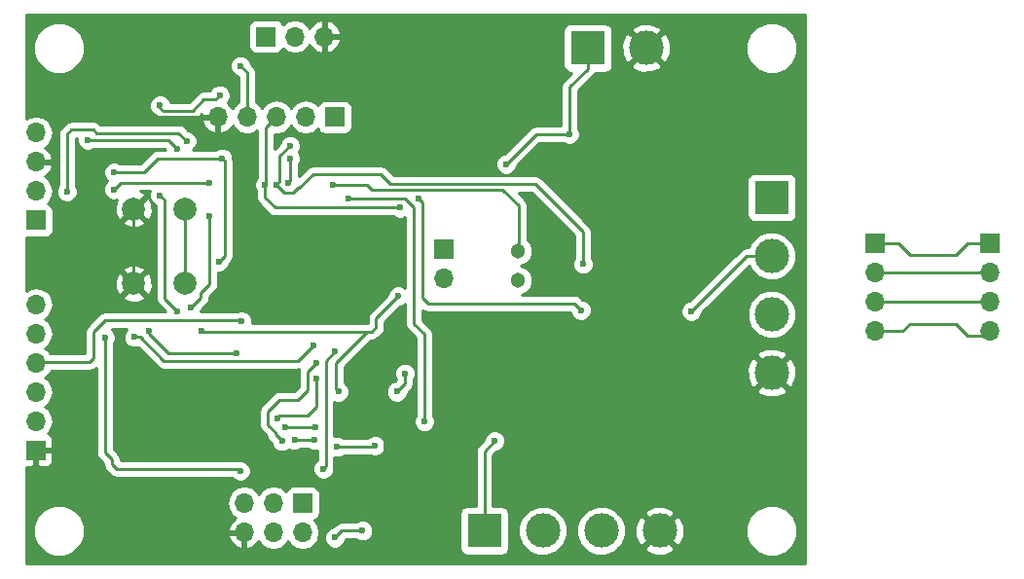
<source format=gbl>
G04 #@! TF.FileFunction,Copper,L2,Bot,Signal*
%FSLAX46Y46*%
G04 Gerber Fmt 4.6, Leading zero omitted, Abs format (unit mm)*
G04 Created by KiCad (PCBNEW 4.0.1-stable) date 2019/02/18 22:31:54*
%MOMM*%
G01*
G04 APERTURE LIST*
%ADD10C,0.100000*%
%ADD11R,1.700000X1.700000*%
%ADD12O,1.700000X1.700000*%
%ADD13C,3.000000*%
%ADD14R,3.000000X3.000000*%
%ADD15C,2.000000*%
%ADD16C,1.303000*%
%ADD17C,0.600000*%
%ADD18C,0.250000*%
%ADD19C,0.254000*%
G04 APERTURE END LIST*
D10*
D11*
X2000000Y31000000D03*
D12*
X2000000Y33540000D03*
X2000000Y36080000D03*
X2000000Y38620000D03*
D11*
X2000000Y11000000D03*
D12*
X2000000Y13540000D03*
X2000000Y16080000D03*
X2000000Y18620000D03*
X2000000Y21160000D03*
X2000000Y23700000D03*
D13*
X66000000Y27920000D03*
X66000000Y22840000D03*
D14*
X66000000Y33000000D03*
D13*
X66000000Y17760000D03*
X46080000Y4000000D03*
X51160000Y4000000D03*
D14*
X41000000Y4000000D03*
D13*
X56240000Y4000000D03*
D11*
X28000000Y40000000D03*
D12*
X25460000Y40000000D03*
X22920000Y40000000D03*
X20380000Y40000000D03*
X17840000Y40000000D03*
D14*
X50000000Y46000000D03*
D13*
X55080000Y46000000D03*
D11*
X37500000Y28500000D03*
D12*
X37500000Y25960000D03*
D15*
X15000000Y25500000D03*
X10500000Y25500000D03*
X15000000Y32000000D03*
X10500000Y32000000D03*
D16*
X43900000Y25800000D03*
X43900000Y28340000D03*
D11*
X75000000Y29000000D03*
D12*
X75000000Y26460000D03*
X75000000Y23920000D03*
X75000000Y21380000D03*
D11*
X85000000Y29000000D03*
D12*
X85000000Y26460000D03*
X85000000Y23920000D03*
X85000000Y21380000D03*
D11*
X25200000Y6400000D03*
D12*
X25200000Y3860000D03*
X22660000Y6400000D03*
X22660000Y3860000D03*
X20120000Y6400000D03*
X20120000Y3860000D03*
D11*
X22000000Y47000000D03*
D12*
X24540000Y47000000D03*
X27080000Y47000000D03*
D17*
X33500000Y36000000D03*
X35000000Y47000000D03*
X37000000Y47000000D03*
X39000000Y47000000D03*
X41000000Y47000000D03*
X43000000Y47000000D03*
X40000000Y41000000D03*
X39000000Y41000000D03*
X38000000Y41000000D03*
X37000000Y41000000D03*
X36000000Y41000000D03*
X38000000Y39500000D03*
X37000000Y39500000D03*
X39000000Y39500000D03*
X40000000Y39500000D03*
X36000000Y39500000D03*
X31300000Y13600000D03*
X28900000Y5700000D03*
X9300000Y39600000D03*
X60200000Y34500000D03*
X62900000Y19600000D03*
X52500000Y19000000D03*
X19800000Y44450000D03*
X30400000Y4000000D03*
X28000000Y3400000D03*
X41900000Y11800000D03*
X28300000Y16100000D03*
X16400000Y21400000D03*
X33500000Y24400000D03*
X8800000Y35200000D03*
X18200000Y36400000D03*
X17900000Y27400000D03*
X48400000Y38500000D03*
X42900000Y35900000D03*
X19800000Y9200000D03*
X8000000Y20800000D03*
X12800000Y41000000D03*
X18000000Y41900000D03*
X24100000Y36400000D03*
X23900000Y34300000D03*
X59000000Y23100000D03*
X49600000Y27200000D03*
X24100000Y37500000D03*
X22900000Y34100000D03*
X33700000Y32100000D03*
X35300000Y32900000D03*
X49400000Y23200000D03*
X21900000Y34100000D03*
X4700000Y33500000D03*
X15100000Y37900000D03*
X6500000Y38000000D03*
X14300000Y37200000D03*
X19900000Y22200000D03*
X8800000Y33700000D03*
X17100000Y34300000D03*
X28200000Y11300000D03*
X31500000Y11400000D03*
X24500000Y11900000D03*
X26200000Y11900000D03*
X23400000Y11800000D03*
X26400000Y18600000D03*
X28000000Y19600000D03*
X27000000Y9400000D03*
X26400000Y17200000D03*
X23000000Y13800000D03*
X35800000Y13500000D03*
X29200000Y32900000D03*
X33400000Y16100000D03*
X34100000Y17700000D03*
X27800000Y34100000D03*
X23700000Y13000000D03*
X26300000Y13000000D03*
X12800000Y33200000D03*
X14300000Y23100000D03*
X11800000Y21350000D03*
X19450000Y19450000D03*
X17100000Y31400000D03*
X15450000Y23400000D03*
X10550000Y20850000D03*
X26100000Y20150000D03*
D18*
X33500000Y40500000D02*
X33500000Y36000000D01*
X34000000Y41000000D02*
X33500000Y40500000D01*
X34000000Y42000000D02*
X34000000Y41000000D01*
X34000000Y46000000D02*
X34000000Y42000000D01*
X35000000Y47000000D02*
X34000000Y46000000D01*
X39000000Y47000000D02*
X37000000Y47000000D01*
X43000000Y47000000D02*
X41000000Y47000000D01*
X31300000Y13600000D02*
X32300000Y12600000D01*
X32300000Y12600000D02*
X32300000Y8000000D01*
X32300000Y8000000D02*
X30000000Y5700000D01*
X30000000Y5700000D02*
X28900000Y5700000D01*
X10500000Y25500000D02*
X10500000Y32000000D01*
X17840000Y40000000D02*
X9700000Y40000000D01*
X9700000Y40000000D02*
X9300000Y39600000D01*
X67400000Y30600000D02*
X61800000Y30600000D01*
X67400000Y30600000D02*
X68300000Y29700000D01*
X68300000Y29700000D02*
X68300000Y20100000D01*
X66000000Y17800000D02*
X68300000Y20100000D01*
X60200000Y32200000D02*
X60200000Y34500000D01*
X61800000Y30600000D02*
X60200000Y32200000D01*
X66000000Y17800000D02*
X66000000Y17760000D01*
X62900000Y19600000D02*
X62300000Y19000000D01*
X62300000Y19000000D02*
X52500000Y19000000D01*
X20380000Y43870000D02*
X20380000Y40000000D01*
X19800000Y44450000D02*
X20380000Y43870000D01*
X28600000Y4000000D02*
X30400000Y4000000D01*
X28000000Y3400000D02*
X28600000Y4000000D01*
X41000000Y4000000D02*
X41000000Y10900000D01*
X41000000Y10900000D02*
X41900000Y11800000D01*
X30800000Y21300000D02*
X31200000Y21300000D01*
X28100000Y18600000D02*
X30800000Y21300000D01*
X28100000Y16300000D02*
X28100000Y18600000D01*
X28300000Y16100000D02*
X28100000Y16300000D01*
X20200000Y21300000D02*
X31200000Y21300000D01*
X16500000Y21300000D02*
X20200000Y21300000D01*
X16400000Y21400000D02*
X16500000Y21300000D01*
X31200000Y21300000D02*
X31600000Y21700000D01*
X31600000Y21700000D02*
X31600000Y22500000D01*
X31600000Y22500000D02*
X33500000Y24400000D01*
X18200000Y36400000D02*
X12600000Y36400000D01*
X11400000Y35200000D02*
X8800000Y35200000D01*
X12600000Y36400000D02*
X11400000Y35200000D01*
X18400000Y36200000D02*
X18200000Y36400000D01*
X18400000Y27900000D02*
X18400000Y36200000D01*
X17900000Y27400000D02*
X18400000Y27900000D01*
X48400000Y38500000D02*
X48400000Y42600000D01*
X50000000Y44200000D02*
X50000000Y46000000D01*
X48400000Y42600000D02*
X50000000Y44200000D01*
X45500000Y38500000D02*
X48400000Y38500000D01*
X42900000Y35900000D02*
X45500000Y38500000D01*
X8000000Y10800000D02*
X8000000Y20800000D01*
X8600000Y10200000D02*
X8000000Y10800000D01*
X8600000Y9800000D02*
X8600000Y10200000D01*
X9000000Y9400000D02*
X8600000Y9800000D01*
X11000000Y9400000D02*
X9000000Y9400000D01*
X19600000Y9400000D02*
X11000000Y9400000D01*
X19800000Y9200000D02*
X19600000Y9400000D01*
X12800000Y40800000D02*
X12800000Y41000000D01*
X13100000Y40500000D02*
X12800000Y40800000D01*
X15600000Y40500000D02*
X13100000Y40500000D01*
X16600000Y41500000D02*
X15600000Y40500000D01*
X17600000Y41500000D02*
X16600000Y41500000D01*
X18000000Y41900000D02*
X17600000Y41500000D01*
X15000000Y25500000D02*
X15000000Y32000000D01*
X24100000Y34500000D02*
X24100000Y36400000D01*
X23900000Y34300000D02*
X24100000Y34500000D01*
X63820000Y27920000D02*
X66000000Y27920000D01*
X59000000Y23100000D02*
X63820000Y27920000D01*
X23600000Y33400000D02*
X22900000Y34100000D01*
X24400000Y33400000D02*
X23600000Y33400000D01*
X24800000Y33800000D02*
X24400000Y33400000D01*
X24900000Y33800000D02*
X24800000Y33800000D01*
X26100000Y35000000D02*
X24900000Y33800000D01*
X32000000Y35000000D02*
X26100000Y35000000D01*
X32849998Y34150002D02*
X32000000Y35000000D01*
X45449998Y34150002D02*
X32849998Y34150002D01*
X49600000Y30000000D02*
X45449998Y34150002D01*
X49600000Y27200000D02*
X49600000Y30000000D01*
X23200000Y36600000D02*
X24100000Y37500000D01*
X23200000Y34400000D02*
X23200000Y36600000D01*
X22900000Y34100000D02*
X23200000Y34400000D01*
X21900000Y33000000D02*
X21900000Y34100000D01*
X22800000Y32100000D02*
X21900000Y33000000D01*
X26900000Y32100000D02*
X22800000Y32100000D01*
X33700000Y32100000D02*
X26900000Y32100000D01*
X35600000Y32600000D02*
X35300000Y32900000D01*
X35600000Y24300000D02*
X35600000Y32600000D01*
X36100000Y23800000D02*
X35600000Y24300000D01*
X48800000Y23800000D02*
X36100000Y23800000D01*
X49400000Y23200000D02*
X48800000Y23800000D01*
X22300000Y40000000D02*
X22920000Y40000000D01*
X22000000Y39080000D02*
X22920000Y40000000D01*
X21900000Y34100000D02*
X22000000Y34200000D01*
X22000000Y34200000D02*
X22000000Y39080000D01*
X4700000Y38500000D02*
X4700000Y33500000D01*
X5100000Y38900000D02*
X4700000Y38500000D01*
X7000000Y38900000D02*
X5100000Y38900000D01*
X7300000Y38600000D02*
X7000000Y38900000D01*
X14400000Y38600000D02*
X7300000Y38600000D01*
X15100000Y37900000D02*
X14400000Y38600000D01*
X13500000Y38000000D02*
X6500000Y38000000D01*
X14300000Y37200000D02*
X13500000Y38000000D01*
X6700000Y18700000D02*
X2080000Y18700000D01*
X7000000Y19000000D02*
X6700000Y18700000D01*
X7000000Y21000000D02*
X7000000Y19000000D01*
X7000000Y21300000D02*
X7000000Y21000000D01*
X8000000Y22300000D02*
X7800000Y22100000D01*
X7800000Y22100000D02*
X7000000Y21300000D01*
X19800000Y22300000D02*
X8000000Y22300000D01*
X19900000Y22200000D02*
X19800000Y22300000D01*
X2080000Y18700000D02*
X2000000Y18620000D01*
X8800000Y33700000D02*
X9400000Y34300000D01*
X9400000Y34300000D02*
X17100000Y34300000D01*
X31400000Y11300000D02*
X28200000Y11300000D01*
X31500000Y11400000D02*
X31400000Y11300000D01*
X26200000Y11900000D02*
X24500000Y11900000D01*
X23400000Y11800000D02*
X22800000Y12400000D01*
X22800000Y12400000D02*
X22800000Y12600000D01*
X22800000Y12600000D02*
X22200000Y13200000D01*
X22200000Y13200000D02*
X22200000Y14400000D01*
X22200000Y14400000D02*
X23200000Y15400000D01*
X23200000Y15400000D02*
X24800000Y15400000D01*
X24800000Y15400000D02*
X25600000Y16200000D01*
X25600000Y16200000D02*
X25600000Y17800000D01*
X25600000Y17800000D02*
X26400000Y18600000D01*
X27200000Y18800000D02*
X28000000Y19600000D01*
X27200000Y9600000D02*
X27200000Y18800000D01*
X27000000Y9400000D02*
X27200000Y9600000D01*
X26400000Y14800000D02*
X26400000Y17200000D01*
X25600000Y14000000D02*
X26400000Y14800000D01*
X23200000Y14000000D02*
X25600000Y14000000D01*
X23000000Y13800000D02*
X23200000Y14000000D01*
X35800000Y13500000D02*
X35800000Y21100000D01*
X35800000Y21100000D02*
X34900000Y22000000D01*
X34900000Y22000000D02*
X34900000Y32100000D01*
X34900000Y32100000D02*
X34100000Y32900000D01*
X34100000Y32900000D02*
X29200000Y32900000D01*
X31200000Y33700000D02*
X42600000Y33700000D01*
X44000000Y32300000D02*
X44000000Y28500000D01*
X42600000Y33700000D02*
X44000000Y32300000D01*
X33400000Y16100000D02*
X34100000Y16800000D01*
X34100000Y16800000D02*
X34100000Y17700000D01*
X31200000Y33700000D02*
X30800000Y34100000D01*
X30800000Y34100000D02*
X27800000Y34100000D01*
X26300000Y13000000D02*
X23700000Y13000000D01*
X75000000Y29000000D02*
X77000000Y29000000D01*
X83000000Y29000000D02*
X85000000Y29000000D01*
X82000000Y28000000D02*
X83000000Y29000000D01*
X78000000Y28000000D02*
X82000000Y28000000D01*
X77000000Y29000000D02*
X78000000Y28000000D01*
X75000000Y26460000D02*
X85000000Y26460000D01*
X75000000Y23920000D02*
X85000000Y23920000D01*
X75000000Y21380000D02*
X77380000Y21380000D01*
X83000000Y21000000D02*
X84620000Y21000000D01*
X82000000Y22000000D02*
X83000000Y21000000D01*
X78000000Y22000000D02*
X82000000Y22000000D01*
X77380000Y21380000D02*
X78000000Y22000000D01*
X84620000Y21000000D02*
X85000000Y21380000D01*
X13200000Y32800000D02*
X12800000Y33200000D01*
X13200000Y24200000D02*
X13200000Y32800000D01*
X14300000Y23100000D02*
X13200000Y24200000D01*
X11800000Y21150000D02*
X11800000Y21350000D01*
X13500000Y19450000D02*
X11800000Y21150000D01*
X19450000Y19450000D02*
X13500000Y19450000D01*
X17100000Y25450000D02*
X17100000Y31400000D01*
X16350000Y24700000D02*
X17100000Y25450000D01*
X16350000Y24300000D02*
X16350000Y24700000D01*
X15450000Y23400000D02*
X16350000Y24300000D01*
X11050000Y20850000D02*
X10550000Y20850000D01*
X13100000Y18800000D02*
X11050000Y20850000D01*
X16550000Y18800000D02*
X13100000Y18800000D01*
X24750000Y18800000D02*
X16550000Y18800000D01*
X26100000Y20150000D02*
X24750000Y18800000D01*
D19*
G36*
X68873000Y1127000D02*
X1127000Y1127000D01*
X1127000Y3557381D01*
X1764613Y3557381D01*
X2104155Y2735628D01*
X2732321Y2106364D01*
X3553481Y1765389D01*
X4442619Y1764613D01*
X5264372Y2104155D01*
X5893636Y2732321D01*
X6213694Y3503108D01*
X18678514Y3503108D01*
X18924817Y2978642D01*
X19353076Y2588355D01*
X19763110Y2418524D01*
X19993000Y2539845D01*
X19993000Y3733000D01*
X18799181Y3733000D01*
X18678514Y3503108D01*
X6213694Y3503108D01*
X6234611Y3553481D01*
X6235387Y4442619D01*
X5895845Y5264372D01*
X5267679Y5893636D01*
X4446519Y6234611D01*
X3557381Y6235387D01*
X2735628Y5895845D01*
X2106364Y5267679D01*
X1765389Y4446519D01*
X1764613Y3557381D01*
X1127000Y3557381D01*
X1127000Y6429093D01*
X18635000Y6429093D01*
X18635000Y6370907D01*
X18748039Y5802622D01*
X19069946Y5320853D01*
X19353101Y5131655D01*
X19353076Y5131645D01*
X18924817Y4741358D01*
X18678514Y4216892D01*
X18799181Y3987000D01*
X19993000Y3987000D01*
X19993000Y4007000D01*
X20247000Y4007000D01*
X20247000Y3987000D01*
X20267000Y3987000D01*
X20267000Y3733000D01*
X20247000Y3733000D01*
X20247000Y2539845D01*
X20476890Y2418524D01*
X20886924Y2588355D01*
X21315183Y2978642D01*
X21382298Y3121553D01*
X21609946Y2780853D01*
X22091715Y2458946D01*
X22660000Y2345907D01*
X23228285Y2458946D01*
X23710054Y2780853D01*
X23930000Y3110026D01*
X24149946Y2780853D01*
X24631715Y2458946D01*
X25200000Y2345907D01*
X25768285Y2458946D01*
X26250054Y2780853D01*
X26540029Y3214833D01*
X27064838Y3214833D01*
X27206883Y2871057D01*
X27469673Y2607808D01*
X27813201Y2465162D01*
X28185167Y2464838D01*
X28528943Y2606883D01*
X28792192Y2869673D01*
X28934838Y3213201D01*
X28934861Y3240000D01*
X29837537Y3240000D01*
X29869673Y3207808D01*
X30213201Y3065162D01*
X30585167Y3064838D01*
X30928943Y3206883D01*
X31192192Y3469673D01*
X31334838Y3813201D01*
X31335162Y4185167D01*
X31193117Y4528943D01*
X30930327Y4792192D01*
X30586799Y4934838D01*
X30214833Y4935162D01*
X29871057Y4793117D01*
X29837882Y4760000D01*
X28600000Y4760000D01*
X28309161Y4702148D01*
X28062599Y4537401D01*
X27860320Y4335122D01*
X27814833Y4335162D01*
X27471057Y4193117D01*
X27207808Y3930327D01*
X27065162Y3586799D01*
X27064838Y3214833D01*
X26540029Y3214833D01*
X26571961Y3262622D01*
X26685000Y3830907D01*
X26685000Y3889093D01*
X26571961Y4457378D01*
X26250054Y4939147D01*
X26248821Y4939971D01*
X26285317Y4946838D01*
X26501441Y5085910D01*
X26646431Y5298110D01*
X26687314Y5500000D01*
X38852560Y5500000D01*
X38852560Y2500000D01*
X38896838Y2264683D01*
X39035910Y2048559D01*
X39248110Y1903569D01*
X39500000Y1852560D01*
X42500000Y1852560D01*
X42735317Y1896838D01*
X42951441Y2035910D01*
X43096431Y2248110D01*
X43147440Y2500000D01*
X43147440Y3577185D01*
X43944630Y3577185D01*
X44268980Y2792200D01*
X44869041Y2191091D01*
X45653459Y1865372D01*
X46502815Y1864630D01*
X47287800Y2188980D01*
X47888909Y2789041D01*
X48214628Y3573459D01*
X48214631Y3577185D01*
X49024630Y3577185D01*
X49348980Y2792200D01*
X49949041Y2191091D01*
X50733459Y1865372D01*
X51582815Y1864630D01*
X52367800Y2188980D01*
X52665368Y2486030D01*
X54905635Y2486030D01*
X55065418Y2167261D01*
X55856187Y1857277D01*
X56705387Y1873503D01*
X57414582Y2167261D01*
X57574365Y2486030D01*
X56240000Y3820395D01*
X54905635Y2486030D01*
X52665368Y2486030D01*
X52968909Y2789041D01*
X53294628Y3573459D01*
X53295335Y4383813D01*
X54097277Y4383813D01*
X54113503Y3534613D01*
X54407261Y2825418D01*
X54726030Y2665635D01*
X56060395Y4000000D01*
X56419605Y4000000D01*
X57753970Y2665635D01*
X58072739Y2825418D01*
X58359670Y3557381D01*
X63764613Y3557381D01*
X64104155Y2735628D01*
X64732321Y2106364D01*
X65553481Y1765389D01*
X66442619Y1764613D01*
X67264372Y2104155D01*
X67893636Y2732321D01*
X68234611Y3553481D01*
X68235387Y4442619D01*
X67895845Y5264372D01*
X67267679Y5893636D01*
X66446519Y6234611D01*
X65557381Y6235387D01*
X64735628Y5895845D01*
X64106364Y5267679D01*
X63765389Y4446519D01*
X63764613Y3557381D01*
X58359670Y3557381D01*
X58382723Y3616187D01*
X58366497Y4465387D01*
X58072739Y5174582D01*
X57753970Y5334365D01*
X56419605Y4000000D01*
X56060395Y4000000D01*
X54726030Y5334365D01*
X54407261Y5174582D01*
X54097277Y4383813D01*
X53295335Y4383813D01*
X53295370Y4422815D01*
X52971020Y5207800D01*
X52665384Y5513970D01*
X54905635Y5513970D01*
X56240000Y4179605D01*
X57574365Y5513970D01*
X57414582Y5832739D01*
X56623813Y6142723D01*
X55774613Y6126497D01*
X55065418Y5832739D01*
X54905635Y5513970D01*
X52665384Y5513970D01*
X52370959Y5808909D01*
X51586541Y6134628D01*
X50737185Y6135370D01*
X49952200Y5811020D01*
X49351091Y5210959D01*
X49025372Y4426541D01*
X49024630Y3577185D01*
X48214631Y3577185D01*
X48215370Y4422815D01*
X47891020Y5207800D01*
X47290959Y5808909D01*
X46506541Y6134628D01*
X45657185Y6135370D01*
X44872200Y5811020D01*
X44271091Y5210959D01*
X43945372Y4426541D01*
X43944630Y3577185D01*
X43147440Y3577185D01*
X43147440Y5500000D01*
X43103162Y5735317D01*
X42964090Y5951441D01*
X42751890Y6096431D01*
X42500000Y6147440D01*
X41760000Y6147440D01*
X41760000Y10585198D01*
X42039680Y10864878D01*
X42085167Y10864838D01*
X42428943Y11006883D01*
X42692192Y11269673D01*
X42834838Y11613201D01*
X42835162Y11985167D01*
X42693117Y12328943D01*
X42430327Y12592192D01*
X42086799Y12734838D01*
X41714833Y12735162D01*
X41371057Y12593117D01*
X41107808Y12330327D01*
X40965162Y11986799D01*
X40965121Y11939923D01*
X40462599Y11437401D01*
X40297852Y11190839D01*
X40240000Y10900000D01*
X40240000Y6147440D01*
X39500000Y6147440D01*
X39264683Y6103162D01*
X39048559Y5964090D01*
X38903569Y5751890D01*
X38852560Y5500000D01*
X26687314Y5500000D01*
X26697440Y5550000D01*
X26697440Y7250000D01*
X26653162Y7485317D01*
X26514090Y7701441D01*
X26301890Y7846431D01*
X26050000Y7897440D01*
X24350000Y7897440D01*
X24114683Y7853162D01*
X23898559Y7714090D01*
X23753569Y7501890D01*
X23739914Y7434459D01*
X23710054Y7479147D01*
X23228285Y7801054D01*
X22660000Y7914093D01*
X22091715Y7801054D01*
X21609946Y7479147D01*
X21390000Y7149974D01*
X21170054Y7479147D01*
X20688285Y7801054D01*
X20120000Y7914093D01*
X19551715Y7801054D01*
X19069946Y7479147D01*
X18748039Y6997378D01*
X18635000Y6429093D01*
X1127000Y6429093D01*
X1127000Y9515000D01*
X1714250Y9515000D01*
X1873000Y9673750D01*
X1873000Y10873000D01*
X2127000Y10873000D01*
X2127000Y9673750D01*
X2285750Y9515000D01*
X2976309Y9515000D01*
X3209698Y9611673D01*
X3388327Y9790301D01*
X3485000Y10023690D01*
X3485000Y10714250D01*
X3326250Y10873000D01*
X2127000Y10873000D01*
X1873000Y10873000D01*
X1853000Y10873000D01*
X1853000Y11127000D01*
X1873000Y11127000D01*
X1873000Y11147000D01*
X2127000Y11147000D01*
X2127000Y11127000D01*
X3326250Y11127000D01*
X3485000Y11285750D01*
X3485000Y11976310D01*
X3388327Y12209699D01*
X3209698Y12388327D01*
X3035223Y12460597D01*
X3079147Y12489946D01*
X3401054Y12971715D01*
X3514093Y13540000D01*
X3401054Y14108285D01*
X3079147Y14590054D01*
X2749974Y14810000D01*
X3079147Y15029946D01*
X3401054Y15511715D01*
X3514093Y16080000D01*
X3401054Y16648285D01*
X3079147Y17130054D01*
X2749974Y17350000D01*
X3079147Y17569946D01*
X3326409Y17940000D01*
X6700000Y17940000D01*
X6990839Y17997852D01*
X7237401Y18162599D01*
X7240000Y18165198D01*
X7240000Y10800000D01*
X7297852Y10509161D01*
X7462599Y10262599D01*
X7840000Y9885198D01*
X7840000Y9800000D01*
X7897852Y9509161D01*
X8062599Y9262599D01*
X8462599Y8862599D01*
X8709160Y8697852D01*
X8757414Y8688254D01*
X9000000Y8640000D01*
X19037886Y8640000D01*
X19269673Y8407808D01*
X19613201Y8265162D01*
X19985167Y8264838D01*
X20328943Y8406883D01*
X20592192Y8669673D01*
X20734838Y9013201D01*
X20735162Y9385167D01*
X20593117Y9728943D01*
X20330327Y9992192D01*
X19986799Y10134838D01*
X19725352Y10135066D01*
X19600000Y10160000D01*
X9360000Y10160000D01*
X9360000Y10200000D01*
X9302148Y10490839D01*
X9137401Y10737401D01*
X8760000Y11114802D01*
X8760000Y20237537D01*
X8792192Y20269673D01*
X8934838Y20613201D01*
X8935162Y20985167D01*
X8793117Y21328943D01*
X8582428Y21540000D01*
X9917760Y21540000D01*
X9757808Y21380327D01*
X9615162Y21036799D01*
X9614838Y20664833D01*
X9756883Y20321057D01*
X10019673Y20057808D01*
X10363201Y19915162D01*
X10735167Y19914838D01*
X10859137Y19966061D01*
X12562599Y18262599D01*
X12809161Y18097852D01*
X13100000Y18040000D01*
X24750000Y18040000D01*
X24893414Y18068527D01*
X24840000Y17800000D01*
X24840000Y16514802D01*
X24485198Y16160000D01*
X23200000Y16160000D01*
X22909161Y16102148D01*
X22662599Y15937401D01*
X21662599Y14937401D01*
X21497852Y14690839D01*
X21440000Y14400000D01*
X21440000Y13200000D01*
X21497852Y12909161D01*
X21662599Y12662599D01*
X22068506Y12256692D01*
X22097852Y12109161D01*
X22262599Y11862599D01*
X22464878Y11660320D01*
X22464838Y11614833D01*
X22606883Y11271057D01*
X22869673Y11007808D01*
X23213201Y10865162D01*
X23585167Y10864838D01*
X23928943Y11006883D01*
X24012309Y11090104D01*
X24313201Y10965162D01*
X24685167Y10964838D01*
X25028943Y11106883D01*
X25062118Y11140000D01*
X25637537Y11140000D01*
X25669673Y11107808D01*
X26013201Y10965162D01*
X26385167Y10964838D01*
X26440000Y10987494D01*
X26440000Y10162114D01*
X26207808Y9930327D01*
X26065162Y9586799D01*
X26064838Y9214833D01*
X26206883Y8871057D01*
X26469673Y8607808D01*
X26813201Y8465162D01*
X27185167Y8464838D01*
X27528943Y8606883D01*
X27792192Y8869673D01*
X27934838Y9213201D01*
X27935066Y9474648D01*
X27960000Y9600000D01*
X27960000Y10387253D01*
X28013201Y10365162D01*
X28385167Y10364838D01*
X28728943Y10506883D01*
X28762118Y10540000D01*
X31132972Y10540000D01*
X31313201Y10465162D01*
X31685167Y10464838D01*
X32028943Y10606883D01*
X32292192Y10869673D01*
X32434838Y11213201D01*
X32435162Y11585167D01*
X32293117Y11928943D01*
X32030327Y12192192D01*
X31686799Y12334838D01*
X31314833Y12335162D01*
X30971057Y12193117D01*
X30837707Y12060000D01*
X28762463Y12060000D01*
X28730327Y12092192D01*
X28386799Y12234838D01*
X28014833Y12235162D01*
X27960000Y12212506D01*
X27960000Y15228777D01*
X28113201Y15165162D01*
X28485167Y15164838D01*
X28828943Y15306883D01*
X29092192Y15569673D01*
X29234838Y15913201D01*
X29234839Y15914833D01*
X32464838Y15914833D01*
X32606883Y15571057D01*
X32869673Y15307808D01*
X33213201Y15165162D01*
X33585167Y15164838D01*
X33928943Y15306883D01*
X34192192Y15569673D01*
X34334838Y15913201D01*
X34334879Y15960076D01*
X34637401Y16262598D01*
X34776769Y16471179D01*
X34802148Y16509161D01*
X34860000Y16800000D01*
X34860000Y17137537D01*
X34892192Y17169673D01*
X35034838Y17513201D01*
X35035162Y17885167D01*
X34893117Y18228943D01*
X34630327Y18492192D01*
X34286799Y18634838D01*
X33914833Y18635162D01*
X33571057Y18493117D01*
X33307808Y18230327D01*
X33165162Y17886799D01*
X33164838Y17514833D01*
X33306883Y17171057D01*
X33340000Y17137882D01*
X33340000Y17114803D01*
X33260320Y17035122D01*
X33214833Y17035162D01*
X32871057Y16893117D01*
X32607808Y16630327D01*
X32465162Y16286799D01*
X32464838Y15914833D01*
X29234839Y15914833D01*
X29235162Y16285167D01*
X29093117Y16628943D01*
X28860000Y16862467D01*
X28860000Y18285198D01*
X31114802Y20540000D01*
X31200000Y20540000D01*
X31490839Y20597852D01*
X31737401Y20762599D01*
X32137401Y21162599D01*
X32302148Y21409160D01*
X32327537Y21536799D01*
X32360000Y21700000D01*
X32360000Y22185198D01*
X33639680Y23464878D01*
X33685167Y23464838D01*
X34028943Y23606883D01*
X34140000Y23717746D01*
X34140000Y22000000D01*
X34197852Y21709161D01*
X34362599Y21462599D01*
X35040000Y20785198D01*
X35040000Y14062463D01*
X35007808Y14030327D01*
X34865162Y13686799D01*
X34864838Y13314833D01*
X35006883Y12971057D01*
X35269673Y12707808D01*
X35613201Y12565162D01*
X35985167Y12564838D01*
X36328943Y12706883D01*
X36592192Y12969673D01*
X36734838Y13313201D01*
X36735162Y13685167D01*
X36593117Y14028943D01*
X36560000Y14062118D01*
X36560000Y16246030D01*
X64665635Y16246030D01*
X64825418Y15927261D01*
X65616187Y15617277D01*
X66465387Y15633503D01*
X67174582Y15927261D01*
X67334365Y16246030D01*
X66000000Y17580395D01*
X64665635Y16246030D01*
X36560000Y16246030D01*
X36560000Y18143813D01*
X63857277Y18143813D01*
X63873503Y17294613D01*
X64167261Y16585418D01*
X64486030Y16425635D01*
X65820395Y17760000D01*
X66179605Y17760000D01*
X67513970Y16425635D01*
X67832739Y16585418D01*
X68142723Y17376187D01*
X68126497Y18225387D01*
X67832739Y18934582D01*
X67513970Y19094365D01*
X66179605Y17760000D01*
X65820395Y17760000D01*
X64486030Y19094365D01*
X64167261Y18934582D01*
X63857277Y18143813D01*
X36560000Y18143813D01*
X36560000Y19273970D01*
X64665635Y19273970D01*
X66000000Y17939605D01*
X67334365Y19273970D01*
X67174582Y19592739D01*
X66383813Y19902723D01*
X65534613Y19886497D01*
X64825418Y19592739D01*
X64665635Y19273970D01*
X36560000Y19273970D01*
X36560000Y21100000D01*
X36525950Y21271179D01*
X36502148Y21390840D01*
X36337401Y21637401D01*
X35660000Y22314802D01*
X35660000Y23197518D01*
X35809161Y23097852D01*
X36100000Y23040000D01*
X48464860Y23040000D01*
X48464838Y23014833D01*
X48606883Y22671057D01*
X48869673Y22407808D01*
X49213201Y22265162D01*
X49585167Y22264838D01*
X49928943Y22406883D01*
X50192192Y22669673D01*
X50293991Y22914833D01*
X58064838Y22914833D01*
X58206883Y22571057D01*
X58469673Y22307808D01*
X58813201Y22165162D01*
X59185167Y22164838D01*
X59528943Y22306883D01*
X59639437Y22417185D01*
X63864630Y22417185D01*
X64188980Y21632200D01*
X64789041Y21031091D01*
X65573459Y20705372D01*
X66422815Y20704630D01*
X67207800Y21028980D01*
X67808909Y21629041D01*
X68134628Y22413459D01*
X68135370Y23262815D01*
X67811020Y24047800D01*
X67210959Y24648909D01*
X66426541Y24974628D01*
X65577185Y24975370D01*
X64792200Y24651020D01*
X64191091Y24050959D01*
X63865372Y23266541D01*
X63864630Y22417185D01*
X59639437Y22417185D01*
X59792192Y22569673D01*
X59934838Y22913201D01*
X59934879Y22960077D01*
X64042210Y27067408D01*
X64188980Y26712200D01*
X64789041Y26111091D01*
X65573459Y25785372D01*
X66422815Y25784630D01*
X67207800Y26108980D01*
X67808909Y26709041D01*
X68134628Y27493459D01*
X68135370Y28342815D01*
X67811020Y29127800D01*
X67210959Y29728909D01*
X66426541Y30054628D01*
X65577185Y30055370D01*
X64792200Y29731020D01*
X64191091Y29130959D01*
X64003836Y28680000D01*
X63820000Y28680000D01*
X63529160Y28622148D01*
X63282599Y28457401D01*
X58860320Y24035122D01*
X58814833Y24035162D01*
X58471057Y23893117D01*
X58207808Y23630327D01*
X58065162Y23286799D01*
X58064838Y22914833D01*
X50293991Y22914833D01*
X50334838Y23013201D01*
X50335162Y23385167D01*
X50193117Y23728943D01*
X49930327Y23992192D01*
X49586799Y24134838D01*
X49539923Y24134879D01*
X49337401Y24337401D01*
X49090839Y24502148D01*
X48800000Y24560000D01*
X44267857Y24560000D01*
X44627792Y24708722D01*
X44990006Y25070305D01*
X45186276Y25542977D01*
X45186723Y26054778D01*
X44991278Y26527792D01*
X44629695Y26890006D01*
X44195737Y27070201D01*
X44627792Y27248722D01*
X44990006Y27610305D01*
X45186276Y28082977D01*
X45186723Y28594778D01*
X44991278Y29067792D01*
X44760000Y29299474D01*
X44760000Y32300000D01*
X44702148Y32590839D01*
X44537401Y32837401D01*
X43984800Y33390002D01*
X45135196Y33390002D01*
X48840000Y29685198D01*
X48840000Y27762463D01*
X48807808Y27730327D01*
X48665162Y27386799D01*
X48664838Y27014833D01*
X48806883Y26671057D01*
X49069673Y26407808D01*
X49413201Y26265162D01*
X49785167Y26264838D01*
X50128943Y26406883D01*
X50392192Y26669673D01*
X50534838Y27013201D01*
X50535162Y27385167D01*
X50393117Y27728943D01*
X50360000Y27762118D01*
X50360000Y30000000D01*
X50302148Y30290839D01*
X50137401Y30537401D01*
X46174802Y34500000D01*
X63852560Y34500000D01*
X63852560Y31500000D01*
X63896838Y31264683D01*
X64035910Y31048559D01*
X64248110Y30903569D01*
X64500000Y30852560D01*
X67500000Y30852560D01*
X67735317Y30896838D01*
X67951441Y31035910D01*
X68096431Y31248110D01*
X68147440Y31500000D01*
X68147440Y34500000D01*
X68103162Y34735317D01*
X67964090Y34951441D01*
X67751890Y35096431D01*
X67500000Y35147440D01*
X64500000Y35147440D01*
X64264683Y35103162D01*
X64048559Y34964090D01*
X63903569Y34751890D01*
X63852560Y34500000D01*
X46174802Y34500000D01*
X45987399Y34687403D01*
X45740837Y34852150D01*
X45449998Y34910002D01*
X33164800Y34910002D01*
X32537401Y35537401D01*
X32290839Y35702148D01*
X32227068Y35714833D01*
X41964838Y35714833D01*
X42106883Y35371057D01*
X42369673Y35107808D01*
X42713201Y34965162D01*
X43085167Y34964838D01*
X43428943Y35106883D01*
X43692192Y35369673D01*
X43834838Y35713201D01*
X43834879Y35760077D01*
X45814802Y37740000D01*
X47837537Y37740000D01*
X47869673Y37707808D01*
X48213201Y37565162D01*
X48585167Y37564838D01*
X48928943Y37706883D01*
X49192192Y37969673D01*
X49334838Y38313201D01*
X49335162Y38685167D01*
X49193117Y39028943D01*
X49160000Y39062118D01*
X49160000Y42285198D01*
X50537401Y43662599D01*
X50664329Y43852560D01*
X51500000Y43852560D01*
X51735317Y43896838D01*
X51951441Y44035910D01*
X52096431Y44248110D01*
X52144611Y44486030D01*
X53745635Y44486030D01*
X53905418Y44167261D01*
X54696187Y43857277D01*
X55545387Y43873503D01*
X56254582Y44167261D01*
X56414365Y44486030D01*
X55080000Y45820395D01*
X53745635Y44486030D01*
X52144611Y44486030D01*
X52147440Y44500000D01*
X52147440Y46383813D01*
X52937277Y46383813D01*
X52953503Y45534613D01*
X53247261Y44825418D01*
X53566030Y44665635D01*
X54900395Y46000000D01*
X55259605Y46000000D01*
X56593970Y44665635D01*
X56912739Y44825418D01*
X57199670Y45557381D01*
X63764613Y45557381D01*
X64104155Y44735628D01*
X64732321Y44106364D01*
X65553481Y43765389D01*
X66442619Y43764613D01*
X67264372Y44104155D01*
X67893636Y44732321D01*
X68234611Y45553481D01*
X68235387Y46442619D01*
X67895845Y47264372D01*
X67267679Y47893636D01*
X66446519Y48234611D01*
X65557381Y48235387D01*
X64735628Y47895845D01*
X64106364Y47267679D01*
X63765389Y46446519D01*
X63764613Y45557381D01*
X57199670Y45557381D01*
X57222723Y45616187D01*
X57206497Y46465387D01*
X56912739Y47174582D01*
X56593970Y47334365D01*
X55259605Y46000000D01*
X54900395Y46000000D01*
X53566030Y47334365D01*
X53247261Y47174582D01*
X52937277Y46383813D01*
X52147440Y46383813D01*
X52147440Y47500000D01*
X52144812Y47513970D01*
X53745635Y47513970D01*
X55080000Y46179605D01*
X56414365Y47513970D01*
X56254582Y47832739D01*
X55463813Y48142723D01*
X54614613Y48126497D01*
X53905418Y47832739D01*
X53745635Y47513970D01*
X52144812Y47513970D01*
X52103162Y47735317D01*
X51964090Y47951441D01*
X51751890Y48096431D01*
X51500000Y48147440D01*
X48500000Y48147440D01*
X48264683Y48103162D01*
X48048559Y47964090D01*
X47903569Y47751890D01*
X47852560Y47500000D01*
X47852560Y44500000D01*
X47896838Y44264683D01*
X48035910Y44048559D01*
X48248110Y43903569D01*
X48500000Y43852560D01*
X48577758Y43852560D01*
X47862599Y43137401D01*
X47697852Y42890839D01*
X47640000Y42600000D01*
X47640000Y39260000D01*
X45500000Y39260000D01*
X45209160Y39202148D01*
X44962599Y39037401D01*
X42760320Y36835122D01*
X42714833Y36835162D01*
X42371057Y36693117D01*
X42107808Y36430327D01*
X41965162Y36086799D01*
X41964838Y35714833D01*
X32227068Y35714833D01*
X32000000Y35760000D01*
X26100000Y35760000D01*
X25809160Y35702148D01*
X25562599Y35537401D01*
X24860000Y34834802D01*
X24860000Y35837537D01*
X24892192Y35869673D01*
X25034838Y36213201D01*
X25035162Y36585167D01*
X24893117Y36928943D01*
X24872290Y36949806D01*
X24892192Y36969673D01*
X25034838Y37313201D01*
X25035162Y37685167D01*
X24893117Y38028943D01*
X24630327Y38292192D01*
X24286799Y38434838D01*
X23914833Y38435162D01*
X23571057Y38293117D01*
X23307808Y38030327D01*
X23165162Y37686799D01*
X23165121Y37639923D01*
X22760000Y37234802D01*
X22760000Y38517733D01*
X22920000Y38485907D01*
X23488285Y38598946D01*
X23970054Y38920853D01*
X24190000Y39250026D01*
X24409946Y38920853D01*
X24891715Y38598946D01*
X25460000Y38485907D01*
X26028285Y38598946D01*
X26510054Y38920853D01*
X26537850Y38962452D01*
X26546838Y38914683D01*
X26685910Y38698559D01*
X26898110Y38553569D01*
X27150000Y38502560D01*
X28850000Y38502560D01*
X29085317Y38546838D01*
X29301441Y38685910D01*
X29446431Y38898110D01*
X29497440Y39150000D01*
X29497440Y40850000D01*
X29453162Y41085317D01*
X29314090Y41301441D01*
X29101890Y41446431D01*
X28850000Y41497440D01*
X27150000Y41497440D01*
X26914683Y41453162D01*
X26698559Y41314090D01*
X26553569Y41101890D01*
X26539914Y41034459D01*
X26510054Y41079147D01*
X26028285Y41401054D01*
X25460000Y41514093D01*
X24891715Y41401054D01*
X24409946Y41079147D01*
X24190000Y40749974D01*
X23970054Y41079147D01*
X23488285Y41401054D01*
X22920000Y41514093D01*
X22351715Y41401054D01*
X21869946Y41079147D01*
X21650000Y40749974D01*
X21430054Y41079147D01*
X21140000Y41272954D01*
X21140000Y43870000D01*
X21082148Y44160839D01*
X20917401Y44407401D01*
X20735122Y44589680D01*
X20735162Y44635167D01*
X20593117Y44978943D01*
X20330327Y45242192D01*
X19986799Y45384838D01*
X19614833Y45385162D01*
X19271057Y45243117D01*
X19007808Y44980327D01*
X18865162Y44636799D01*
X18864838Y44264833D01*
X19006883Y43921057D01*
X19269673Y43657808D01*
X19613201Y43515162D01*
X19620000Y43515156D01*
X19620000Y41272954D01*
X19329946Y41079147D01*
X19102298Y40738447D01*
X19035183Y40881358D01*
X18652440Y41230165D01*
X18792192Y41369673D01*
X18934838Y41713201D01*
X18935162Y42085167D01*
X18793117Y42428943D01*
X18530327Y42692192D01*
X18186799Y42834838D01*
X17814833Y42835162D01*
X17471057Y42693117D01*
X17207808Y42430327D01*
X17137082Y42260000D01*
X16600000Y42260000D01*
X16309161Y42202148D01*
X16062599Y42037401D01*
X15285198Y41260000D01*
X13704242Y41260000D01*
X13593117Y41528943D01*
X13330327Y41792192D01*
X12986799Y41934838D01*
X12614833Y41935162D01*
X12271057Y41793117D01*
X12007808Y41530327D01*
X11865162Y41186799D01*
X11864838Y40814833D01*
X12006883Y40471057D01*
X12269673Y40207808D01*
X12351274Y40173924D01*
X12562599Y39962599D01*
X12809161Y39797852D01*
X13100000Y39740000D01*
X15600000Y39740000D01*
X15890839Y39797852D01*
X16137401Y39962599D01*
X16444356Y40269554D01*
X16519181Y40127000D01*
X17713000Y40127000D01*
X17713000Y40147000D01*
X17967000Y40147000D01*
X17967000Y40127000D01*
X17987000Y40127000D01*
X17987000Y39873000D01*
X17967000Y39873000D01*
X17967000Y38679845D01*
X18196890Y38558524D01*
X18606924Y38728355D01*
X19035183Y39118642D01*
X19102298Y39261553D01*
X19329946Y38920853D01*
X19811715Y38598946D01*
X20380000Y38485907D01*
X20948285Y38598946D01*
X21240000Y38793863D01*
X21240000Y34762289D01*
X21107808Y34630327D01*
X20965162Y34286799D01*
X20964838Y33914833D01*
X21106883Y33571057D01*
X21140000Y33537882D01*
X21140000Y33000000D01*
X21197852Y32709161D01*
X21362599Y32462599D01*
X22262599Y31562599D01*
X22509160Y31397852D01*
X22800000Y31340000D01*
X33137537Y31340000D01*
X33169673Y31307808D01*
X33513201Y31165162D01*
X33885167Y31164838D01*
X34140000Y31270133D01*
X34140000Y25082327D01*
X34030327Y25192192D01*
X33686799Y25334838D01*
X33314833Y25335162D01*
X32971057Y25193117D01*
X32707808Y24930327D01*
X32565162Y24586799D01*
X32565121Y24539923D01*
X31062599Y23037401D01*
X30897852Y22790839D01*
X30840000Y22500000D01*
X30840000Y22060000D01*
X20834879Y22060000D01*
X20835162Y22385167D01*
X20693117Y22728943D01*
X20430327Y22992192D01*
X20086799Y23134838D01*
X19714833Y23135162D01*
X19532927Y23060000D01*
X16321223Y23060000D01*
X16384838Y23213201D01*
X16384879Y23260077D01*
X16887401Y23762599D01*
X17052148Y24009160D01*
X17110000Y24300000D01*
X17110000Y24385198D01*
X17637401Y24912599D01*
X17802148Y25159160D01*
X17860000Y25450000D01*
X17860000Y26465034D01*
X18085167Y26464838D01*
X18428943Y26606883D01*
X18692192Y26869673D01*
X18834838Y27213201D01*
X18834879Y27260077D01*
X18937401Y27362599D01*
X19102148Y27609161D01*
X19160000Y27900000D01*
X19160000Y36200000D01*
X19134936Y36326003D01*
X19135162Y36585167D01*
X18993117Y36928943D01*
X18730327Y37192192D01*
X18386799Y37334838D01*
X18014833Y37335162D01*
X17671057Y37193117D01*
X17637882Y37160000D01*
X15682153Y37160000D01*
X15892192Y37369673D01*
X16034838Y37713201D01*
X16035162Y38085167D01*
X15893117Y38428943D01*
X15630327Y38692192D01*
X15286799Y38834838D01*
X15239924Y38834879D01*
X14937401Y39137401D01*
X14690839Y39302148D01*
X14400000Y39360000D01*
X7614802Y39360000D01*
X7537401Y39437401D01*
X7290839Y39602148D01*
X7084922Y39643108D01*
X16398514Y39643108D01*
X16644817Y39118642D01*
X17073076Y38728355D01*
X17483110Y38558524D01*
X17713000Y38679845D01*
X17713000Y39873000D01*
X16519181Y39873000D01*
X16398514Y39643108D01*
X7084922Y39643108D01*
X7000000Y39660000D01*
X5100000Y39660000D01*
X4857414Y39611746D01*
X4809160Y39602148D01*
X4562599Y39437401D01*
X4162599Y39037401D01*
X3997852Y38790839D01*
X3940000Y38500000D01*
X3940000Y34062463D01*
X3907808Y34030327D01*
X3765162Y33686799D01*
X3764838Y33314833D01*
X3906883Y32971057D01*
X4169673Y32707808D01*
X4513201Y32565162D01*
X4885167Y32564838D01*
X5228943Y32706883D01*
X5492192Y32969673D01*
X5634838Y33313201D01*
X5635162Y33685167D01*
X5493117Y34028943D01*
X5460000Y34062118D01*
X5460000Y38140000D01*
X5565121Y38140000D01*
X5564838Y37814833D01*
X5706883Y37471057D01*
X5969673Y37207808D01*
X6313201Y37065162D01*
X6685167Y37064838D01*
X7028943Y37206883D01*
X7062118Y37240000D01*
X13185198Y37240000D01*
X13265198Y37160000D01*
X12600000Y37160000D01*
X12309160Y37102148D01*
X12062599Y36937401D01*
X11085198Y35960000D01*
X9362463Y35960000D01*
X9330327Y35992192D01*
X8986799Y36134838D01*
X8614833Y36135162D01*
X8271057Y35993117D01*
X8007808Y35730327D01*
X7865162Y35386799D01*
X7864838Y35014833D01*
X8006883Y34671057D01*
X8227709Y34449845D01*
X8007808Y34230327D01*
X7865162Y33886799D01*
X7864838Y33514833D01*
X8006883Y33171057D01*
X8269673Y32907808D01*
X8613201Y32765162D01*
X8985167Y32764838D01*
X9049896Y32791583D01*
X8854092Y32264539D01*
X8878144Y31614540D01*
X9080613Y31125736D01*
X9347468Y31027073D01*
X10320395Y32000000D01*
X10679605Y32000000D01*
X11652532Y31027073D01*
X11919387Y31125736D01*
X12145908Y31735461D01*
X12121856Y32385460D01*
X11919387Y32874264D01*
X11652532Y32972927D01*
X10679605Y32000000D01*
X10320395Y32000000D01*
X10306253Y32014142D01*
X10485858Y32193747D01*
X10500000Y32179605D01*
X11472927Y33152532D01*
X11374264Y33419387D01*
X11049611Y33540000D01*
X11928777Y33540000D01*
X11865162Y33386799D01*
X11864838Y33014833D01*
X12006883Y32671057D01*
X12269673Y32407808D01*
X12440000Y32337082D01*
X12440000Y24200000D01*
X12497852Y23909161D01*
X12662599Y23662599D01*
X13265198Y23060000D01*
X8000000Y23060000D01*
X7709161Y23002148D01*
X7462599Y22837401D01*
X6462599Y21837401D01*
X6297852Y21590839D01*
X6240000Y21300000D01*
X6240000Y19460000D01*
X3219500Y19460000D01*
X3079147Y19670054D01*
X2749974Y19890000D01*
X3079147Y20109946D01*
X3401054Y20591715D01*
X3514093Y21160000D01*
X3401054Y21728285D01*
X3079147Y22210054D01*
X2749974Y22430000D01*
X3079147Y22649946D01*
X3401054Y23131715D01*
X3514093Y23700000D01*
X3401054Y24268285D01*
X3348146Y24347468D01*
X9527073Y24347468D01*
X9625736Y24080613D01*
X10235461Y23854092D01*
X10885460Y23878144D01*
X11374264Y24080613D01*
X11472927Y24347468D01*
X10500000Y25320395D01*
X9527073Y24347468D01*
X3348146Y24347468D01*
X3079147Y24750054D01*
X2597378Y25071961D01*
X2029093Y25185000D01*
X1970907Y25185000D01*
X1402622Y25071961D01*
X1127000Y24887797D01*
X1127000Y25764539D01*
X8854092Y25764539D01*
X8878144Y25114540D01*
X9080613Y24625736D01*
X9347468Y24527073D01*
X10320395Y25500000D01*
X10679605Y25500000D01*
X11652532Y24527073D01*
X11919387Y24625736D01*
X12145908Y25235461D01*
X12121856Y25885460D01*
X11919387Y26374264D01*
X11652532Y26472927D01*
X10679605Y25500000D01*
X10320395Y25500000D01*
X9347468Y26472927D01*
X9080613Y26374264D01*
X8854092Y25764539D01*
X1127000Y25764539D01*
X1127000Y26652532D01*
X9527073Y26652532D01*
X10500000Y25679605D01*
X11472927Y26652532D01*
X11374264Y26919387D01*
X10764539Y27145908D01*
X10114540Y27121856D01*
X9625736Y26919387D01*
X9527073Y26652532D01*
X1127000Y26652532D01*
X1127000Y29507218D01*
X1150000Y29502560D01*
X2850000Y29502560D01*
X3085317Y29546838D01*
X3301441Y29685910D01*
X3446431Y29898110D01*
X3497440Y30150000D01*
X3497440Y30847468D01*
X9527073Y30847468D01*
X9625736Y30580613D01*
X10235461Y30354092D01*
X10885460Y30378144D01*
X11374264Y30580613D01*
X11472927Y30847468D01*
X10500000Y31820395D01*
X9527073Y30847468D01*
X3497440Y30847468D01*
X3497440Y31850000D01*
X3453162Y32085317D01*
X3314090Y32301441D01*
X3101890Y32446431D01*
X3034459Y32460086D01*
X3079147Y32489946D01*
X3401054Y32971715D01*
X3514093Y33540000D01*
X3401054Y34108285D01*
X3079147Y34590054D01*
X2738447Y34817702D01*
X2881358Y34884817D01*
X3271645Y35313076D01*
X3441476Y35723110D01*
X3320155Y35953000D01*
X2127000Y35953000D01*
X2127000Y35933000D01*
X1873000Y35933000D01*
X1873000Y35953000D01*
X1853000Y35953000D01*
X1853000Y36207000D01*
X1873000Y36207000D01*
X1873000Y36227000D01*
X2127000Y36227000D01*
X2127000Y36207000D01*
X3320155Y36207000D01*
X3441476Y36436890D01*
X3271645Y36846924D01*
X2881358Y37275183D01*
X2738447Y37342298D01*
X3079147Y37569946D01*
X3401054Y38051715D01*
X3514093Y38620000D01*
X3401054Y39188285D01*
X3079147Y39670054D01*
X2597378Y39991961D01*
X2029093Y40105000D01*
X1970907Y40105000D01*
X1402622Y39991961D01*
X1127000Y39807797D01*
X1127000Y45557381D01*
X1764613Y45557381D01*
X2104155Y44735628D01*
X2732321Y44106364D01*
X3553481Y43765389D01*
X4442619Y43764613D01*
X5264372Y44104155D01*
X5893636Y44732321D01*
X6234611Y45553481D01*
X6235387Y46442619D01*
X5895845Y47264372D01*
X5311239Y47850000D01*
X20502560Y47850000D01*
X20502560Y46150000D01*
X20546838Y45914683D01*
X20685910Y45698559D01*
X20898110Y45553569D01*
X21150000Y45502560D01*
X22850000Y45502560D01*
X23085317Y45546838D01*
X23301441Y45685910D01*
X23446431Y45898110D01*
X23460086Y45965541D01*
X23489946Y45920853D01*
X23971715Y45598946D01*
X24540000Y45485907D01*
X25108285Y45598946D01*
X25590054Y45920853D01*
X25817702Y46261553D01*
X25884817Y46118642D01*
X26313076Y45728355D01*
X26723110Y45558524D01*
X26953000Y45679845D01*
X26953000Y46873000D01*
X27207000Y46873000D01*
X27207000Y45679845D01*
X27436890Y45558524D01*
X27846924Y45728355D01*
X28275183Y46118642D01*
X28521486Y46643108D01*
X28400819Y46873000D01*
X27207000Y46873000D01*
X26953000Y46873000D01*
X26933000Y46873000D01*
X26933000Y47127000D01*
X26953000Y47127000D01*
X26953000Y48320155D01*
X27207000Y48320155D01*
X27207000Y47127000D01*
X28400819Y47127000D01*
X28521486Y47356892D01*
X28275183Y47881358D01*
X27846924Y48271645D01*
X27436890Y48441476D01*
X27207000Y48320155D01*
X26953000Y48320155D01*
X26723110Y48441476D01*
X26313076Y48271645D01*
X25884817Y47881358D01*
X25817702Y47738447D01*
X25590054Y48079147D01*
X25108285Y48401054D01*
X24540000Y48514093D01*
X23971715Y48401054D01*
X23489946Y48079147D01*
X23462150Y48037548D01*
X23453162Y48085317D01*
X23314090Y48301441D01*
X23101890Y48446431D01*
X22850000Y48497440D01*
X21150000Y48497440D01*
X20914683Y48453162D01*
X20698559Y48314090D01*
X20553569Y48101890D01*
X20502560Y47850000D01*
X5311239Y47850000D01*
X5267679Y47893636D01*
X4446519Y48234611D01*
X3557381Y48235387D01*
X2735628Y47895845D01*
X2106364Y47267679D01*
X1765389Y46446519D01*
X1764613Y45557381D01*
X1127000Y45557381D01*
X1127000Y48873000D01*
X68873000Y48873000D01*
X68873000Y1127000D01*
X68873000Y1127000D01*
G37*
X68873000Y1127000D02*
X1127000Y1127000D01*
X1127000Y3557381D01*
X1764613Y3557381D01*
X2104155Y2735628D01*
X2732321Y2106364D01*
X3553481Y1765389D01*
X4442619Y1764613D01*
X5264372Y2104155D01*
X5893636Y2732321D01*
X6213694Y3503108D01*
X18678514Y3503108D01*
X18924817Y2978642D01*
X19353076Y2588355D01*
X19763110Y2418524D01*
X19993000Y2539845D01*
X19993000Y3733000D01*
X18799181Y3733000D01*
X18678514Y3503108D01*
X6213694Y3503108D01*
X6234611Y3553481D01*
X6235387Y4442619D01*
X5895845Y5264372D01*
X5267679Y5893636D01*
X4446519Y6234611D01*
X3557381Y6235387D01*
X2735628Y5895845D01*
X2106364Y5267679D01*
X1765389Y4446519D01*
X1764613Y3557381D01*
X1127000Y3557381D01*
X1127000Y6429093D01*
X18635000Y6429093D01*
X18635000Y6370907D01*
X18748039Y5802622D01*
X19069946Y5320853D01*
X19353101Y5131655D01*
X19353076Y5131645D01*
X18924817Y4741358D01*
X18678514Y4216892D01*
X18799181Y3987000D01*
X19993000Y3987000D01*
X19993000Y4007000D01*
X20247000Y4007000D01*
X20247000Y3987000D01*
X20267000Y3987000D01*
X20267000Y3733000D01*
X20247000Y3733000D01*
X20247000Y2539845D01*
X20476890Y2418524D01*
X20886924Y2588355D01*
X21315183Y2978642D01*
X21382298Y3121553D01*
X21609946Y2780853D01*
X22091715Y2458946D01*
X22660000Y2345907D01*
X23228285Y2458946D01*
X23710054Y2780853D01*
X23930000Y3110026D01*
X24149946Y2780853D01*
X24631715Y2458946D01*
X25200000Y2345907D01*
X25768285Y2458946D01*
X26250054Y2780853D01*
X26540029Y3214833D01*
X27064838Y3214833D01*
X27206883Y2871057D01*
X27469673Y2607808D01*
X27813201Y2465162D01*
X28185167Y2464838D01*
X28528943Y2606883D01*
X28792192Y2869673D01*
X28934838Y3213201D01*
X28934861Y3240000D01*
X29837537Y3240000D01*
X29869673Y3207808D01*
X30213201Y3065162D01*
X30585167Y3064838D01*
X30928943Y3206883D01*
X31192192Y3469673D01*
X31334838Y3813201D01*
X31335162Y4185167D01*
X31193117Y4528943D01*
X30930327Y4792192D01*
X30586799Y4934838D01*
X30214833Y4935162D01*
X29871057Y4793117D01*
X29837882Y4760000D01*
X28600000Y4760000D01*
X28309161Y4702148D01*
X28062599Y4537401D01*
X27860320Y4335122D01*
X27814833Y4335162D01*
X27471057Y4193117D01*
X27207808Y3930327D01*
X27065162Y3586799D01*
X27064838Y3214833D01*
X26540029Y3214833D01*
X26571961Y3262622D01*
X26685000Y3830907D01*
X26685000Y3889093D01*
X26571961Y4457378D01*
X26250054Y4939147D01*
X26248821Y4939971D01*
X26285317Y4946838D01*
X26501441Y5085910D01*
X26646431Y5298110D01*
X26687314Y5500000D01*
X38852560Y5500000D01*
X38852560Y2500000D01*
X38896838Y2264683D01*
X39035910Y2048559D01*
X39248110Y1903569D01*
X39500000Y1852560D01*
X42500000Y1852560D01*
X42735317Y1896838D01*
X42951441Y2035910D01*
X43096431Y2248110D01*
X43147440Y2500000D01*
X43147440Y3577185D01*
X43944630Y3577185D01*
X44268980Y2792200D01*
X44869041Y2191091D01*
X45653459Y1865372D01*
X46502815Y1864630D01*
X47287800Y2188980D01*
X47888909Y2789041D01*
X48214628Y3573459D01*
X48214631Y3577185D01*
X49024630Y3577185D01*
X49348980Y2792200D01*
X49949041Y2191091D01*
X50733459Y1865372D01*
X51582815Y1864630D01*
X52367800Y2188980D01*
X52665368Y2486030D01*
X54905635Y2486030D01*
X55065418Y2167261D01*
X55856187Y1857277D01*
X56705387Y1873503D01*
X57414582Y2167261D01*
X57574365Y2486030D01*
X56240000Y3820395D01*
X54905635Y2486030D01*
X52665368Y2486030D01*
X52968909Y2789041D01*
X53294628Y3573459D01*
X53295335Y4383813D01*
X54097277Y4383813D01*
X54113503Y3534613D01*
X54407261Y2825418D01*
X54726030Y2665635D01*
X56060395Y4000000D01*
X56419605Y4000000D01*
X57753970Y2665635D01*
X58072739Y2825418D01*
X58359670Y3557381D01*
X63764613Y3557381D01*
X64104155Y2735628D01*
X64732321Y2106364D01*
X65553481Y1765389D01*
X66442619Y1764613D01*
X67264372Y2104155D01*
X67893636Y2732321D01*
X68234611Y3553481D01*
X68235387Y4442619D01*
X67895845Y5264372D01*
X67267679Y5893636D01*
X66446519Y6234611D01*
X65557381Y6235387D01*
X64735628Y5895845D01*
X64106364Y5267679D01*
X63765389Y4446519D01*
X63764613Y3557381D01*
X58359670Y3557381D01*
X58382723Y3616187D01*
X58366497Y4465387D01*
X58072739Y5174582D01*
X57753970Y5334365D01*
X56419605Y4000000D01*
X56060395Y4000000D01*
X54726030Y5334365D01*
X54407261Y5174582D01*
X54097277Y4383813D01*
X53295335Y4383813D01*
X53295370Y4422815D01*
X52971020Y5207800D01*
X52665384Y5513970D01*
X54905635Y5513970D01*
X56240000Y4179605D01*
X57574365Y5513970D01*
X57414582Y5832739D01*
X56623813Y6142723D01*
X55774613Y6126497D01*
X55065418Y5832739D01*
X54905635Y5513970D01*
X52665384Y5513970D01*
X52370959Y5808909D01*
X51586541Y6134628D01*
X50737185Y6135370D01*
X49952200Y5811020D01*
X49351091Y5210959D01*
X49025372Y4426541D01*
X49024630Y3577185D01*
X48214631Y3577185D01*
X48215370Y4422815D01*
X47891020Y5207800D01*
X47290959Y5808909D01*
X46506541Y6134628D01*
X45657185Y6135370D01*
X44872200Y5811020D01*
X44271091Y5210959D01*
X43945372Y4426541D01*
X43944630Y3577185D01*
X43147440Y3577185D01*
X43147440Y5500000D01*
X43103162Y5735317D01*
X42964090Y5951441D01*
X42751890Y6096431D01*
X42500000Y6147440D01*
X41760000Y6147440D01*
X41760000Y10585198D01*
X42039680Y10864878D01*
X42085167Y10864838D01*
X42428943Y11006883D01*
X42692192Y11269673D01*
X42834838Y11613201D01*
X42835162Y11985167D01*
X42693117Y12328943D01*
X42430327Y12592192D01*
X42086799Y12734838D01*
X41714833Y12735162D01*
X41371057Y12593117D01*
X41107808Y12330327D01*
X40965162Y11986799D01*
X40965121Y11939923D01*
X40462599Y11437401D01*
X40297852Y11190839D01*
X40240000Y10900000D01*
X40240000Y6147440D01*
X39500000Y6147440D01*
X39264683Y6103162D01*
X39048559Y5964090D01*
X38903569Y5751890D01*
X38852560Y5500000D01*
X26687314Y5500000D01*
X26697440Y5550000D01*
X26697440Y7250000D01*
X26653162Y7485317D01*
X26514090Y7701441D01*
X26301890Y7846431D01*
X26050000Y7897440D01*
X24350000Y7897440D01*
X24114683Y7853162D01*
X23898559Y7714090D01*
X23753569Y7501890D01*
X23739914Y7434459D01*
X23710054Y7479147D01*
X23228285Y7801054D01*
X22660000Y7914093D01*
X22091715Y7801054D01*
X21609946Y7479147D01*
X21390000Y7149974D01*
X21170054Y7479147D01*
X20688285Y7801054D01*
X20120000Y7914093D01*
X19551715Y7801054D01*
X19069946Y7479147D01*
X18748039Y6997378D01*
X18635000Y6429093D01*
X1127000Y6429093D01*
X1127000Y9515000D01*
X1714250Y9515000D01*
X1873000Y9673750D01*
X1873000Y10873000D01*
X2127000Y10873000D01*
X2127000Y9673750D01*
X2285750Y9515000D01*
X2976309Y9515000D01*
X3209698Y9611673D01*
X3388327Y9790301D01*
X3485000Y10023690D01*
X3485000Y10714250D01*
X3326250Y10873000D01*
X2127000Y10873000D01*
X1873000Y10873000D01*
X1853000Y10873000D01*
X1853000Y11127000D01*
X1873000Y11127000D01*
X1873000Y11147000D01*
X2127000Y11147000D01*
X2127000Y11127000D01*
X3326250Y11127000D01*
X3485000Y11285750D01*
X3485000Y11976310D01*
X3388327Y12209699D01*
X3209698Y12388327D01*
X3035223Y12460597D01*
X3079147Y12489946D01*
X3401054Y12971715D01*
X3514093Y13540000D01*
X3401054Y14108285D01*
X3079147Y14590054D01*
X2749974Y14810000D01*
X3079147Y15029946D01*
X3401054Y15511715D01*
X3514093Y16080000D01*
X3401054Y16648285D01*
X3079147Y17130054D01*
X2749974Y17350000D01*
X3079147Y17569946D01*
X3326409Y17940000D01*
X6700000Y17940000D01*
X6990839Y17997852D01*
X7237401Y18162599D01*
X7240000Y18165198D01*
X7240000Y10800000D01*
X7297852Y10509161D01*
X7462599Y10262599D01*
X7840000Y9885198D01*
X7840000Y9800000D01*
X7897852Y9509161D01*
X8062599Y9262599D01*
X8462599Y8862599D01*
X8709160Y8697852D01*
X8757414Y8688254D01*
X9000000Y8640000D01*
X19037886Y8640000D01*
X19269673Y8407808D01*
X19613201Y8265162D01*
X19985167Y8264838D01*
X20328943Y8406883D01*
X20592192Y8669673D01*
X20734838Y9013201D01*
X20735162Y9385167D01*
X20593117Y9728943D01*
X20330327Y9992192D01*
X19986799Y10134838D01*
X19725352Y10135066D01*
X19600000Y10160000D01*
X9360000Y10160000D01*
X9360000Y10200000D01*
X9302148Y10490839D01*
X9137401Y10737401D01*
X8760000Y11114802D01*
X8760000Y20237537D01*
X8792192Y20269673D01*
X8934838Y20613201D01*
X8935162Y20985167D01*
X8793117Y21328943D01*
X8582428Y21540000D01*
X9917760Y21540000D01*
X9757808Y21380327D01*
X9615162Y21036799D01*
X9614838Y20664833D01*
X9756883Y20321057D01*
X10019673Y20057808D01*
X10363201Y19915162D01*
X10735167Y19914838D01*
X10859137Y19966061D01*
X12562599Y18262599D01*
X12809161Y18097852D01*
X13100000Y18040000D01*
X24750000Y18040000D01*
X24893414Y18068527D01*
X24840000Y17800000D01*
X24840000Y16514802D01*
X24485198Y16160000D01*
X23200000Y16160000D01*
X22909161Y16102148D01*
X22662599Y15937401D01*
X21662599Y14937401D01*
X21497852Y14690839D01*
X21440000Y14400000D01*
X21440000Y13200000D01*
X21497852Y12909161D01*
X21662599Y12662599D01*
X22068506Y12256692D01*
X22097852Y12109161D01*
X22262599Y11862599D01*
X22464878Y11660320D01*
X22464838Y11614833D01*
X22606883Y11271057D01*
X22869673Y11007808D01*
X23213201Y10865162D01*
X23585167Y10864838D01*
X23928943Y11006883D01*
X24012309Y11090104D01*
X24313201Y10965162D01*
X24685167Y10964838D01*
X25028943Y11106883D01*
X25062118Y11140000D01*
X25637537Y11140000D01*
X25669673Y11107808D01*
X26013201Y10965162D01*
X26385167Y10964838D01*
X26440000Y10987494D01*
X26440000Y10162114D01*
X26207808Y9930327D01*
X26065162Y9586799D01*
X26064838Y9214833D01*
X26206883Y8871057D01*
X26469673Y8607808D01*
X26813201Y8465162D01*
X27185167Y8464838D01*
X27528943Y8606883D01*
X27792192Y8869673D01*
X27934838Y9213201D01*
X27935066Y9474648D01*
X27960000Y9600000D01*
X27960000Y10387253D01*
X28013201Y10365162D01*
X28385167Y10364838D01*
X28728943Y10506883D01*
X28762118Y10540000D01*
X31132972Y10540000D01*
X31313201Y10465162D01*
X31685167Y10464838D01*
X32028943Y10606883D01*
X32292192Y10869673D01*
X32434838Y11213201D01*
X32435162Y11585167D01*
X32293117Y11928943D01*
X32030327Y12192192D01*
X31686799Y12334838D01*
X31314833Y12335162D01*
X30971057Y12193117D01*
X30837707Y12060000D01*
X28762463Y12060000D01*
X28730327Y12092192D01*
X28386799Y12234838D01*
X28014833Y12235162D01*
X27960000Y12212506D01*
X27960000Y15228777D01*
X28113201Y15165162D01*
X28485167Y15164838D01*
X28828943Y15306883D01*
X29092192Y15569673D01*
X29234838Y15913201D01*
X29234839Y15914833D01*
X32464838Y15914833D01*
X32606883Y15571057D01*
X32869673Y15307808D01*
X33213201Y15165162D01*
X33585167Y15164838D01*
X33928943Y15306883D01*
X34192192Y15569673D01*
X34334838Y15913201D01*
X34334879Y15960076D01*
X34637401Y16262598D01*
X34776769Y16471179D01*
X34802148Y16509161D01*
X34860000Y16800000D01*
X34860000Y17137537D01*
X34892192Y17169673D01*
X35034838Y17513201D01*
X35035162Y17885167D01*
X34893117Y18228943D01*
X34630327Y18492192D01*
X34286799Y18634838D01*
X33914833Y18635162D01*
X33571057Y18493117D01*
X33307808Y18230327D01*
X33165162Y17886799D01*
X33164838Y17514833D01*
X33306883Y17171057D01*
X33340000Y17137882D01*
X33340000Y17114803D01*
X33260320Y17035122D01*
X33214833Y17035162D01*
X32871057Y16893117D01*
X32607808Y16630327D01*
X32465162Y16286799D01*
X32464838Y15914833D01*
X29234839Y15914833D01*
X29235162Y16285167D01*
X29093117Y16628943D01*
X28860000Y16862467D01*
X28860000Y18285198D01*
X31114802Y20540000D01*
X31200000Y20540000D01*
X31490839Y20597852D01*
X31737401Y20762599D01*
X32137401Y21162599D01*
X32302148Y21409160D01*
X32327537Y21536799D01*
X32360000Y21700000D01*
X32360000Y22185198D01*
X33639680Y23464878D01*
X33685167Y23464838D01*
X34028943Y23606883D01*
X34140000Y23717746D01*
X34140000Y22000000D01*
X34197852Y21709161D01*
X34362599Y21462599D01*
X35040000Y20785198D01*
X35040000Y14062463D01*
X35007808Y14030327D01*
X34865162Y13686799D01*
X34864838Y13314833D01*
X35006883Y12971057D01*
X35269673Y12707808D01*
X35613201Y12565162D01*
X35985167Y12564838D01*
X36328943Y12706883D01*
X36592192Y12969673D01*
X36734838Y13313201D01*
X36735162Y13685167D01*
X36593117Y14028943D01*
X36560000Y14062118D01*
X36560000Y16246030D01*
X64665635Y16246030D01*
X64825418Y15927261D01*
X65616187Y15617277D01*
X66465387Y15633503D01*
X67174582Y15927261D01*
X67334365Y16246030D01*
X66000000Y17580395D01*
X64665635Y16246030D01*
X36560000Y16246030D01*
X36560000Y18143813D01*
X63857277Y18143813D01*
X63873503Y17294613D01*
X64167261Y16585418D01*
X64486030Y16425635D01*
X65820395Y17760000D01*
X66179605Y17760000D01*
X67513970Y16425635D01*
X67832739Y16585418D01*
X68142723Y17376187D01*
X68126497Y18225387D01*
X67832739Y18934582D01*
X67513970Y19094365D01*
X66179605Y17760000D01*
X65820395Y17760000D01*
X64486030Y19094365D01*
X64167261Y18934582D01*
X63857277Y18143813D01*
X36560000Y18143813D01*
X36560000Y19273970D01*
X64665635Y19273970D01*
X66000000Y17939605D01*
X67334365Y19273970D01*
X67174582Y19592739D01*
X66383813Y19902723D01*
X65534613Y19886497D01*
X64825418Y19592739D01*
X64665635Y19273970D01*
X36560000Y19273970D01*
X36560000Y21100000D01*
X36525950Y21271179D01*
X36502148Y21390840D01*
X36337401Y21637401D01*
X35660000Y22314802D01*
X35660000Y23197518D01*
X35809161Y23097852D01*
X36100000Y23040000D01*
X48464860Y23040000D01*
X48464838Y23014833D01*
X48606883Y22671057D01*
X48869673Y22407808D01*
X49213201Y22265162D01*
X49585167Y22264838D01*
X49928943Y22406883D01*
X50192192Y22669673D01*
X50293991Y22914833D01*
X58064838Y22914833D01*
X58206883Y22571057D01*
X58469673Y22307808D01*
X58813201Y22165162D01*
X59185167Y22164838D01*
X59528943Y22306883D01*
X59639437Y22417185D01*
X63864630Y22417185D01*
X64188980Y21632200D01*
X64789041Y21031091D01*
X65573459Y20705372D01*
X66422815Y20704630D01*
X67207800Y21028980D01*
X67808909Y21629041D01*
X68134628Y22413459D01*
X68135370Y23262815D01*
X67811020Y24047800D01*
X67210959Y24648909D01*
X66426541Y24974628D01*
X65577185Y24975370D01*
X64792200Y24651020D01*
X64191091Y24050959D01*
X63865372Y23266541D01*
X63864630Y22417185D01*
X59639437Y22417185D01*
X59792192Y22569673D01*
X59934838Y22913201D01*
X59934879Y22960077D01*
X64042210Y27067408D01*
X64188980Y26712200D01*
X64789041Y26111091D01*
X65573459Y25785372D01*
X66422815Y25784630D01*
X67207800Y26108980D01*
X67808909Y26709041D01*
X68134628Y27493459D01*
X68135370Y28342815D01*
X67811020Y29127800D01*
X67210959Y29728909D01*
X66426541Y30054628D01*
X65577185Y30055370D01*
X64792200Y29731020D01*
X64191091Y29130959D01*
X64003836Y28680000D01*
X63820000Y28680000D01*
X63529160Y28622148D01*
X63282599Y28457401D01*
X58860320Y24035122D01*
X58814833Y24035162D01*
X58471057Y23893117D01*
X58207808Y23630327D01*
X58065162Y23286799D01*
X58064838Y22914833D01*
X50293991Y22914833D01*
X50334838Y23013201D01*
X50335162Y23385167D01*
X50193117Y23728943D01*
X49930327Y23992192D01*
X49586799Y24134838D01*
X49539923Y24134879D01*
X49337401Y24337401D01*
X49090839Y24502148D01*
X48800000Y24560000D01*
X44267857Y24560000D01*
X44627792Y24708722D01*
X44990006Y25070305D01*
X45186276Y25542977D01*
X45186723Y26054778D01*
X44991278Y26527792D01*
X44629695Y26890006D01*
X44195737Y27070201D01*
X44627792Y27248722D01*
X44990006Y27610305D01*
X45186276Y28082977D01*
X45186723Y28594778D01*
X44991278Y29067792D01*
X44760000Y29299474D01*
X44760000Y32300000D01*
X44702148Y32590839D01*
X44537401Y32837401D01*
X43984800Y33390002D01*
X45135196Y33390002D01*
X48840000Y29685198D01*
X48840000Y27762463D01*
X48807808Y27730327D01*
X48665162Y27386799D01*
X48664838Y27014833D01*
X48806883Y26671057D01*
X49069673Y26407808D01*
X49413201Y26265162D01*
X49785167Y26264838D01*
X50128943Y26406883D01*
X50392192Y26669673D01*
X50534838Y27013201D01*
X50535162Y27385167D01*
X50393117Y27728943D01*
X50360000Y27762118D01*
X50360000Y30000000D01*
X50302148Y30290839D01*
X50137401Y30537401D01*
X46174802Y34500000D01*
X63852560Y34500000D01*
X63852560Y31500000D01*
X63896838Y31264683D01*
X64035910Y31048559D01*
X64248110Y30903569D01*
X64500000Y30852560D01*
X67500000Y30852560D01*
X67735317Y30896838D01*
X67951441Y31035910D01*
X68096431Y31248110D01*
X68147440Y31500000D01*
X68147440Y34500000D01*
X68103162Y34735317D01*
X67964090Y34951441D01*
X67751890Y35096431D01*
X67500000Y35147440D01*
X64500000Y35147440D01*
X64264683Y35103162D01*
X64048559Y34964090D01*
X63903569Y34751890D01*
X63852560Y34500000D01*
X46174802Y34500000D01*
X45987399Y34687403D01*
X45740837Y34852150D01*
X45449998Y34910002D01*
X33164800Y34910002D01*
X32537401Y35537401D01*
X32290839Y35702148D01*
X32227068Y35714833D01*
X41964838Y35714833D01*
X42106883Y35371057D01*
X42369673Y35107808D01*
X42713201Y34965162D01*
X43085167Y34964838D01*
X43428943Y35106883D01*
X43692192Y35369673D01*
X43834838Y35713201D01*
X43834879Y35760077D01*
X45814802Y37740000D01*
X47837537Y37740000D01*
X47869673Y37707808D01*
X48213201Y37565162D01*
X48585167Y37564838D01*
X48928943Y37706883D01*
X49192192Y37969673D01*
X49334838Y38313201D01*
X49335162Y38685167D01*
X49193117Y39028943D01*
X49160000Y39062118D01*
X49160000Y42285198D01*
X50537401Y43662599D01*
X50664329Y43852560D01*
X51500000Y43852560D01*
X51735317Y43896838D01*
X51951441Y44035910D01*
X52096431Y44248110D01*
X52144611Y44486030D01*
X53745635Y44486030D01*
X53905418Y44167261D01*
X54696187Y43857277D01*
X55545387Y43873503D01*
X56254582Y44167261D01*
X56414365Y44486030D01*
X55080000Y45820395D01*
X53745635Y44486030D01*
X52144611Y44486030D01*
X52147440Y44500000D01*
X52147440Y46383813D01*
X52937277Y46383813D01*
X52953503Y45534613D01*
X53247261Y44825418D01*
X53566030Y44665635D01*
X54900395Y46000000D01*
X55259605Y46000000D01*
X56593970Y44665635D01*
X56912739Y44825418D01*
X57199670Y45557381D01*
X63764613Y45557381D01*
X64104155Y44735628D01*
X64732321Y44106364D01*
X65553481Y43765389D01*
X66442619Y43764613D01*
X67264372Y44104155D01*
X67893636Y44732321D01*
X68234611Y45553481D01*
X68235387Y46442619D01*
X67895845Y47264372D01*
X67267679Y47893636D01*
X66446519Y48234611D01*
X65557381Y48235387D01*
X64735628Y47895845D01*
X64106364Y47267679D01*
X63765389Y46446519D01*
X63764613Y45557381D01*
X57199670Y45557381D01*
X57222723Y45616187D01*
X57206497Y46465387D01*
X56912739Y47174582D01*
X56593970Y47334365D01*
X55259605Y46000000D01*
X54900395Y46000000D01*
X53566030Y47334365D01*
X53247261Y47174582D01*
X52937277Y46383813D01*
X52147440Y46383813D01*
X52147440Y47500000D01*
X52144812Y47513970D01*
X53745635Y47513970D01*
X55080000Y46179605D01*
X56414365Y47513970D01*
X56254582Y47832739D01*
X55463813Y48142723D01*
X54614613Y48126497D01*
X53905418Y47832739D01*
X53745635Y47513970D01*
X52144812Y47513970D01*
X52103162Y47735317D01*
X51964090Y47951441D01*
X51751890Y48096431D01*
X51500000Y48147440D01*
X48500000Y48147440D01*
X48264683Y48103162D01*
X48048559Y47964090D01*
X47903569Y47751890D01*
X47852560Y47500000D01*
X47852560Y44500000D01*
X47896838Y44264683D01*
X48035910Y44048559D01*
X48248110Y43903569D01*
X48500000Y43852560D01*
X48577758Y43852560D01*
X47862599Y43137401D01*
X47697852Y42890839D01*
X47640000Y42600000D01*
X47640000Y39260000D01*
X45500000Y39260000D01*
X45209160Y39202148D01*
X44962599Y39037401D01*
X42760320Y36835122D01*
X42714833Y36835162D01*
X42371057Y36693117D01*
X42107808Y36430327D01*
X41965162Y36086799D01*
X41964838Y35714833D01*
X32227068Y35714833D01*
X32000000Y35760000D01*
X26100000Y35760000D01*
X25809160Y35702148D01*
X25562599Y35537401D01*
X24860000Y34834802D01*
X24860000Y35837537D01*
X24892192Y35869673D01*
X25034838Y36213201D01*
X25035162Y36585167D01*
X24893117Y36928943D01*
X24872290Y36949806D01*
X24892192Y36969673D01*
X25034838Y37313201D01*
X25035162Y37685167D01*
X24893117Y38028943D01*
X24630327Y38292192D01*
X24286799Y38434838D01*
X23914833Y38435162D01*
X23571057Y38293117D01*
X23307808Y38030327D01*
X23165162Y37686799D01*
X23165121Y37639923D01*
X22760000Y37234802D01*
X22760000Y38517733D01*
X22920000Y38485907D01*
X23488285Y38598946D01*
X23970054Y38920853D01*
X24190000Y39250026D01*
X24409946Y38920853D01*
X24891715Y38598946D01*
X25460000Y38485907D01*
X26028285Y38598946D01*
X26510054Y38920853D01*
X26537850Y38962452D01*
X26546838Y38914683D01*
X26685910Y38698559D01*
X26898110Y38553569D01*
X27150000Y38502560D01*
X28850000Y38502560D01*
X29085317Y38546838D01*
X29301441Y38685910D01*
X29446431Y38898110D01*
X29497440Y39150000D01*
X29497440Y40850000D01*
X29453162Y41085317D01*
X29314090Y41301441D01*
X29101890Y41446431D01*
X28850000Y41497440D01*
X27150000Y41497440D01*
X26914683Y41453162D01*
X26698559Y41314090D01*
X26553569Y41101890D01*
X26539914Y41034459D01*
X26510054Y41079147D01*
X26028285Y41401054D01*
X25460000Y41514093D01*
X24891715Y41401054D01*
X24409946Y41079147D01*
X24190000Y40749974D01*
X23970054Y41079147D01*
X23488285Y41401054D01*
X22920000Y41514093D01*
X22351715Y41401054D01*
X21869946Y41079147D01*
X21650000Y40749974D01*
X21430054Y41079147D01*
X21140000Y41272954D01*
X21140000Y43870000D01*
X21082148Y44160839D01*
X20917401Y44407401D01*
X20735122Y44589680D01*
X20735162Y44635167D01*
X20593117Y44978943D01*
X20330327Y45242192D01*
X19986799Y45384838D01*
X19614833Y45385162D01*
X19271057Y45243117D01*
X19007808Y44980327D01*
X18865162Y44636799D01*
X18864838Y44264833D01*
X19006883Y43921057D01*
X19269673Y43657808D01*
X19613201Y43515162D01*
X19620000Y43515156D01*
X19620000Y41272954D01*
X19329946Y41079147D01*
X19102298Y40738447D01*
X19035183Y40881358D01*
X18652440Y41230165D01*
X18792192Y41369673D01*
X18934838Y41713201D01*
X18935162Y42085167D01*
X18793117Y42428943D01*
X18530327Y42692192D01*
X18186799Y42834838D01*
X17814833Y42835162D01*
X17471057Y42693117D01*
X17207808Y42430327D01*
X17137082Y42260000D01*
X16600000Y42260000D01*
X16309161Y42202148D01*
X16062599Y42037401D01*
X15285198Y41260000D01*
X13704242Y41260000D01*
X13593117Y41528943D01*
X13330327Y41792192D01*
X12986799Y41934838D01*
X12614833Y41935162D01*
X12271057Y41793117D01*
X12007808Y41530327D01*
X11865162Y41186799D01*
X11864838Y40814833D01*
X12006883Y40471057D01*
X12269673Y40207808D01*
X12351274Y40173924D01*
X12562599Y39962599D01*
X12809161Y39797852D01*
X13100000Y39740000D01*
X15600000Y39740000D01*
X15890839Y39797852D01*
X16137401Y39962599D01*
X16444356Y40269554D01*
X16519181Y40127000D01*
X17713000Y40127000D01*
X17713000Y40147000D01*
X17967000Y40147000D01*
X17967000Y40127000D01*
X17987000Y40127000D01*
X17987000Y39873000D01*
X17967000Y39873000D01*
X17967000Y38679845D01*
X18196890Y38558524D01*
X18606924Y38728355D01*
X19035183Y39118642D01*
X19102298Y39261553D01*
X19329946Y38920853D01*
X19811715Y38598946D01*
X20380000Y38485907D01*
X20948285Y38598946D01*
X21240000Y38793863D01*
X21240000Y34762289D01*
X21107808Y34630327D01*
X20965162Y34286799D01*
X20964838Y33914833D01*
X21106883Y33571057D01*
X21140000Y33537882D01*
X21140000Y33000000D01*
X21197852Y32709161D01*
X21362599Y32462599D01*
X22262599Y31562599D01*
X22509160Y31397852D01*
X22800000Y31340000D01*
X33137537Y31340000D01*
X33169673Y31307808D01*
X33513201Y31165162D01*
X33885167Y31164838D01*
X34140000Y31270133D01*
X34140000Y25082327D01*
X34030327Y25192192D01*
X33686799Y25334838D01*
X33314833Y25335162D01*
X32971057Y25193117D01*
X32707808Y24930327D01*
X32565162Y24586799D01*
X32565121Y24539923D01*
X31062599Y23037401D01*
X30897852Y22790839D01*
X30840000Y22500000D01*
X30840000Y22060000D01*
X20834879Y22060000D01*
X20835162Y22385167D01*
X20693117Y22728943D01*
X20430327Y22992192D01*
X20086799Y23134838D01*
X19714833Y23135162D01*
X19532927Y23060000D01*
X16321223Y23060000D01*
X16384838Y23213201D01*
X16384879Y23260077D01*
X16887401Y23762599D01*
X17052148Y24009160D01*
X17110000Y24300000D01*
X17110000Y24385198D01*
X17637401Y24912599D01*
X17802148Y25159160D01*
X17860000Y25450000D01*
X17860000Y26465034D01*
X18085167Y26464838D01*
X18428943Y26606883D01*
X18692192Y26869673D01*
X18834838Y27213201D01*
X18834879Y27260077D01*
X18937401Y27362599D01*
X19102148Y27609161D01*
X19160000Y27900000D01*
X19160000Y36200000D01*
X19134936Y36326003D01*
X19135162Y36585167D01*
X18993117Y36928943D01*
X18730327Y37192192D01*
X18386799Y37334838D01*
X18014833Y37335162D01*
X17671057Y37193117D01*
X17637882Y37160000D01*
X15682153Y37160000D01*
X15892192Y37369673D01*
X16034838Y37713201D01*
X16035162Y38085167D01*
X15893117Y38428943D01*
X15630327Y38692192D01*
X15286799Y38834838D01*
X15239924Y38834879D01*
X14937401Y39137401D01*
X14690839Y39302148D01*
X14400000Y39360000D01*
X7614802Y39360000D01*
X7537401Y39437401D01*
X7290839Y39602148D01*
X7084922Y39643108D01*
X16398514Y39643108D01*
X16644817Y39118642D01*
X17073076Y38728355D01*
X17483110Y38558524D01*
X17713000Y38679845D01*
X17713000Y39873000D01*
X16519181Y39873000D01*
X16398514Y39643108D01*
X7084922Y39643108D01*
X7000000Y39660000D01*
X5100000Y39660000D01*
X4857414Y39611746D01*
X4809160Y39602148D01*
X4562599Y39437401D01*
X4162599Y39037401D01*
X3997852Y38790839D01*
X3940000Y38500000D01*
X3940000Y34062463D01*
X3907808Y34030327D01*
X3765162Y33686799D01*
X3764838Y33314833D01*
X3906883Y32971057D01*
X4169673Y32707808D01*
X4513201Y32565162D01*
X4885167Y32564838D01*
X5228943Y32706883D01*
X5492192Y32969673D01*
X5634838Y33313201D01*
X5635162Y33685167D01*
X5493117Y34028943D01*
X5460000Y34062118D01*
X5460000Y38140000D01*
X5565121Y38140000D01*
X5564838Y37814833D01*
X5706883Y37471057D01*
X5969673Y37207808D01*
X6313201Y37065162D01*
X6685167Y37064838D01*
X7028943Y37206883D01*
X7062118Y37240000D01*
X13185198Y37240000D01*
X13265198Y37160000D01*
X12600000Y37160000D01*
X12309160Y37102148D01*
X12062599Y36937401D01*
X11085198Y35960000D01*
X9362463Y35960000D01*
X9330327Y35992192D01*
X8986799Y36134838D01*
X8614833Y36135162D01*
X8271057Y35993117D01*
X8007808Y35730327D01*
X7865162Y35386799D01*
X7864838Y35014833D01*
X8006883Y34671057D01*
X8227709Y34449845D01*
X8007808Y34230327D01*
X7865162Y33886799D01*
X7864838Y33514833D01*
X8006883Y33171057D01*
X8269673Y32907808D01*
X8613201Y32765162D01*
X8985167Y32764838D01*
X9049896Y32791583D01*
X8854092Y32264539D01*
X8878144Y31614540D01*
X9080613Y31125736D01*
X9347468Y31027073D01*
X10320395Y32000000D01*
X10679605Y32000000D01*
X11652532Y31027073D01*
X11919387Y31125736D01*
X12145908Y31735461D01*
X12121856Y32385460D01*
X11919387Y32874264D01*
X11652532Y32972927D01*
X10679605Y32000000D01*
X10320395Y32000000D01*
X10306253Y32014142D01*
X10485858Y32193747D01*
X10500000Y32179605D01*
X11472927Y33152532D01*
X11374264Y33419387D01*
X11049611Y33540000D01*
X11928777Y33540000D01*
X11865162Y33386799D01*
X11864838Y33014833D01*
X12006883Y32671057D01*
X12269673Y32407808D01*
X12440000Y32337082D01*
X12440000Y24200000D01*
X12497852Y23909161D01*
X12662599Y23662599D01*
X13265198Y23060000D01*
X8000000Y23060000D01*
X7709161Y23002148D01*
X7462599Y22837401D01*
X6462599Y21837401D01*
X6297852Y21590839D01*
X6240000Y21300000D01*
X6240000Y19460000D01*
X3219500Y19460000D01*
X3079147Y19670054D01*
X2749974Y19890000D01*
X3079147Y20109946D01*
X3401054Y20591715D01*
X3514093Y21160000D01*
X3401054Y21728285D01*
X3079147Y22210054D01*
X2749974Y22430000D01*
X3079147Y22649946D01*
X3401054Y23131715D01*
X3514093Y23700000D01*
X3401054Y24268285D01*
X3348146Y24347468D01*
X9527073Y24347468D01*
X9625736Y24080613D01*
X10235461Y23854092D01*
X10885460Y23878144D01*
X11374264Y24080613D01*
X11472927Y24347468D01*
X10500000Y25320395D01*
X9527073Y24347468D01*
X3348146Y24347468D01*
X3079147Y24750054D01*
X2597378Y25071961D01*
X2029093Y25185000D01*
X1970907Y25185000D01*
X1402622Y25071961D01*
X1127000Y24887797D01*
X1127000Y25764539D01*
X8854092Y25764539D01*
X8878144Y25114540D01*
X9080613Y24625736D01*
X9347468Y24527073D01*
X10320395Y25500000D01*
X10679605Y25500000D01*
X11652532Y24527073D01*
X11919387Y24625736D01*
X12145908Y25235461D01*
X12121856Y25885460D01*
X11919387Y26374264D01*
X11652532Y26472927D01*
X10679605Y25500000D01*
X10320395Y25500000D01*
X9347468Y26472927D01*
X9080613Y26374264D01*
X8854092Y25764539D01*
X1127000Y25764539D01*
X1127000Y26652532D01*
X9527073Y26652532D01*
X10500000Y25679605D01*
X11472927Y26652532D01*
X11374264Y26919387D01*
X10764539Y27145908D01*
X10114540Y27121856D01*
X9625736Y26919387D01*
X9527073Y26652532D01*
X1127000Y26652532D01*
X1127000Y29507218D01*
X1150000Y29502560D01*
X2850000Y29502560D01*
X3085317Y29546838D01*
X3301441Y29685910D01*
X3446431Y29898110D01*
X3497440Y30150000D01*
X3497440Y30847468D01*
X9527073Y30847468D01*
X9625736Y30580613D01*
X10235461Y30354092D01*
X10885460Y30378144D01*
X11374264Y30580613D01*
X11472927Y30847468D01*
X10500000Y31820395D01*
X9527073Y30847468D01*
X3497440Y30847468D01*
X3497440Y31850000D01*
X3453162Y32085317D01*
X3314090Y32301441D01*
X3101890Y32446431D01*
X3034459Y32460086D01*
X3079147Y32489946D01*
X3401054Y32971715D01*
X3514093Y33540000D01*
X3401054Y34108285D01*
X3079147Y34590054D01*
X2738447Y34817702D01*
X2881358Y34884817D01*
X3271645Y35313076D01*
X3441476Y35723110D01*
X3320155Y35953000D01*
X2127000Y35953000D01*
X2127000Y35933000D01*
X1873000Y35933000D01*
X1873000Y35953000D01*
X1853000Y35953000D01*
X1853000Y36207000D01*
X1873000Y36207000D01*
X1873000Y36227000D01*
X2127000Y36227000D01*
X2127000Y36207000D01*
X3320155Y36207000D01*
X3441476Y36436890D01*
X3271645Y36846924D01*
X2881358Y37275183D01*
X2738447Y37342298D01*
X3079147Y37569946D01*
X3401054Y38051715D01*
X3514093Y38620000D01*
X3401054Y39188285D01*
X3079147Y39670054D01*
X2597378Y39991961D01*
X2029093Y40105000D01*
X1970907Y40105000D01*
X1402622Y39991961D01*
X1127000Y39807797D01*
X1127000Y45557381D01*
X1764613Y45557381D01*
X2104155Y44735628D01*
X2732321Y44106364D01*
X3553481Y43765389D01*
X4442619Y43764613D01*
X5264372Y44104155D01*
X5893636Y44732321D01*
X6234611Y45553481D01*
X6235387Y46442619D01*
X5895845Y47264372D01*
X5311239Y47850000D01*
X20502560Y47850000D01*
X20502560Y46150000D01*
X20546838Y45914683D01*
X20685910Y45698559D01*
X20898110Y45553569D01*
X21150000Y45502560D01*
X22850000Y45502560D01*
X23085317Y45546838D01*
X23301441Y45685910D01*
X23446431Y45898110D01*
X23460086Y45965541D01*
X23489946Y45920853D01*
X23971715Y45598946D01*
X24540000Y45485907D01*
X25108285Y45598946D01*
X25590054Y45920853D01*
X25817702Y46261553D01*
X25884817Y46118642D01*
X26313076Y45728355D01*
X26723110Y45558524D01*
X26953000Y45679845D01*
X26953000Y46873000D01*
X27207000Y46873000D01*
X27207000Y45679845D01*
X27436890Y45558524D01*
X27846924Y45728355D01*
X28275183Y46118642D01*
X28521486Y46643108D01*
X28400819Y46873000D01*
X27207000Y46873000D01*
X26953000Y46873000D01*
X26933000Y46873000D01*
X26933000Y47127000D01*
X26953000Y47127000D01*
X26953000Y48320155D01*
X27207000Y48320155D01*
X27207000Y47127000D01*
X28400819Y47127000D01*
X28521486Y47356892D01*
X28275183Y47881358D01*
X27846924Y48271645D01*
X27436890Y48441476D01*
X27207000Y48320155D01*
X26953000Y48320155D01*
X26723110Y48441476D01*
X26313076Y48271645D01*
X25884817Y47881358D01*
X25817702Y47738447D01*
X25590054Y48079147D01*
X25108285Y48401054D01*
X24540000Y48514093D01*
X23971715Y48401054D01*
X23489946Y48079147D01*
X23462150Y48037548D01*
X23453162Y48085317D01*
X23314090Y48301441D01*
X23101890Y48446431D01*
X22850000Y48497440D01*
X21150000Y48497440D01*
X20914683Y48453162D01*
X20698559Y48314090D01*
X20553569Y48101890D01*
X20502560Y47850000D01*
X5311239Y47850000D01*
X5267679Y47893636D01*
X4446519Y48234611D01*
X3557381Y48235387D01*
X2735628Y47895845D01*
X2106364Y47267679D01*
X1765389Y46446519D01*
X1764613Y45557381D01*
X1127000Y45557381D01*
X1127000Y48873000D01*
X68873000Y48873000D01*
X68873000Y1127000D01*
M02*

</source>
